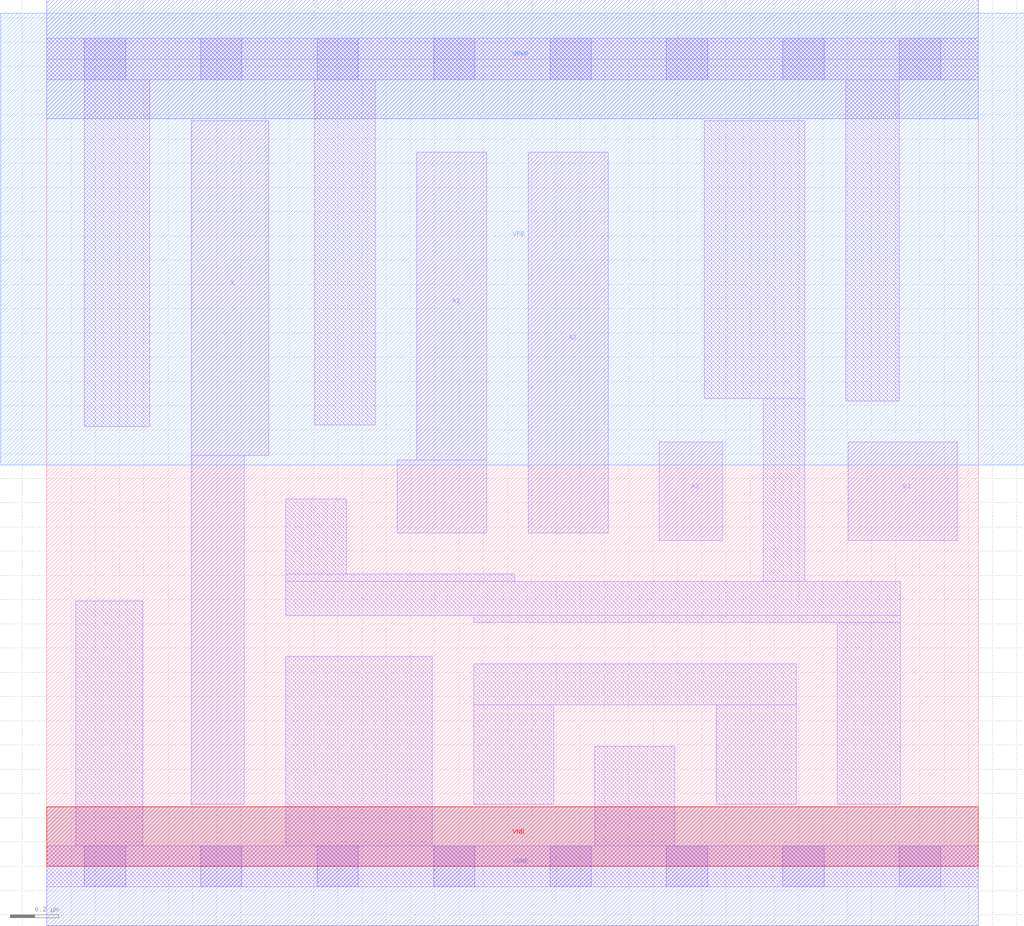
<source format=lef>
# Copyright 2020 The SkyWater PDK Authors
#
# Licensed under the Apache License, Version 2.0 (the "License");
# you may not use this file except in compliance with the License.
# You may obtain a copy of the License at
#
#     https://www.apache.org/licenses/LICENSE-2.0
#
# Unless required by applicable law or agreed to in writing, software
# distributed under the License is distributed on an "AS IS" BASIS,
# WITHOUT WARRANTIES OR CONDITIONS OF ANY KIND, either express or implied.
# See the License for the specific language governing permissions and
# limitations under the License.
#
# SPDX-License-Identifier: Apache-2.0

VERSION 5.7 ;
  NOWIREEXTENSIONATPIN ON ;
  DIVIDERCHAR "/" ;
  BUSBITCHARS "[]" ;
MACRO sky130_fd_sc_lp__o31a_2
  CLASS CORE ;
  FOREIGN sky130_fd_sc_lp__o31a_2 ;
  ORIGIN  0.000000  0.000000 ;
  SIZE  3.840000 BY  3.330000 ;
  SYMMETRY X Y R90 ;
  SITE unit ;
  PIN A1
    ANTENNAGATEAREA  0.315000 ;
    DIRECTION INPUT ;
    USE SIGNAL ;
    PORT
      LAYER li1 ;
        RECT 1.445000 1.375000 1.815000 1.675000 ;
        RECT 1.525000 1.675000 1.815000 2.945000 ;
    END
  END A1
  PIN A2
    ANTENNAGATEAREA  0.315000 ;
    DIRECTION INPUT ;
    USE SIGNAL ;
    PORT
      LAYER li1 ;
        RECT 1.985000 1.375000 2.315000 2.945000 ;
    END
  END A2
  PIN A3
    ANTENNAGATEAREA  0.315000 ;
    DIRECTION INPUT ;
    USE SIGNAL ;
    PORT
      LAYER li1 ;
        RECT 2.525000 1.345000 2.785000 1.750000 ;
    END
  END A3
  PIN B1
    ANTENNAGATEAREA  0.315000 ;
    DIRECTION INPUT ;
    USE SIGNAL ;
    PORT
      LAYER li1 ;
        RECT 3.305000 1.345000 3.755000 1.750000 ;
    END
  END B1
  PIN X
    ANTENNADIFFAREA  0.588000 ;
    DIRECTION OUTPUT ;
    USE SIGNAL ;
    PORT
      LAYER li1 ;
        RECT 0.595000 0.255000 0.815000 1.695000 ;
        RECT 0.595000 1.695000 0.915000 3.075000 ;
    END
  END X
  PIN VGND
    DIRECTION INOUT ;
    USE GROUND ;
    PORT
      LAYER met1 ;
        RECT 0.000000 -0.245000 3.840000 0.245000 ;
    END
  END VGND
  PIN VNB
    DIRECTION INOUT ;
    USE GROUND ;
    PORT
      LAYER pwell ;
        RECT 0.000000 0.000000 3.840000 0.245000 ;
    END
  END VNB
  PIN VPB
    DIRECTION INOUT ;
    USE POWER ;
    PORT
      LAYER nwell ;
        RECT -0.190000 1.655000 4.030000 3.520000 ;
    END
  END VPB
  PIN VPWR
    DIRECTION INOUT ;
    USE POWER ;
    PORT
      LAYER met1 ;
        RECT 0.000000 3.085000 3.840000 3.575000 ;
    END
  END VPWR
  OBS
    LAYER li1 ;
      RECT 0.000000 -0.085000 3.840000 0.085000 ;
      RECT 0.000000  3.245000 3.840000 3.415000 ;
      RECT 0.120000  0.085000 0.395000 1.095000 ;
      RECT 0.155000  1.815000 0.425000 3.245000 ;
      RECT 0.985000  0.085000 1.590000 0.865000 ;
      RECT 0.985000  1.035000 3.520000 1.175000 ;
      RECT 0.985000  1.175000 1.930000 1.205000 ;
      RECT 0.985000  1.205000 1.235000 1.515000 ;
      RECT 1.105000  1.820000 1.355000 3.245000 ;
      RECT 1.760000  0.255000 2.090000 0.665000 ;
      RECT 1.760000  0.665000 3.090000 0.835000 ;
      RECT 1.760000  1.005000 3.520000 1.035000 ;
      RECT 2.260000  0.085000 2.590000 0.495000 ;
      RECT 2.710000  1.930000 3.125000 3.075000 ;
      RECT 2.760000  0.255000 3.090000 0.665000 ;
      RECT 2.955000  1.175000 3.125000 1.930000 ;
      RECT 3.260000  0.255000 3.520000 1.005000 ;
      RECT 3.295000  1.920000 3.515000 3.245000 ;
    LAYER mcon ;
      RECT 0.155000 -0.085000 0.325000 0.085000 ;
      RECT 0.155000  3.245000 0.325000 3.415000 ;
      RECT 0.635000 -0.085000 0.805000 0.085000 ;
      RECT 0.635000  3.245000 0.805000 3.415000 ;
      RECT 1.115000 -0.085000 1.285000 0.085000 ;
      RECT 1.115000  3.245000 1.285000 3.415000 ;
      RECT 1.595000 -0.085000 1.765000 0.085000 ;
      RECT 1.595000  3.245000 1.765000 3.415000 ;
      RECT 2.075000 -0.085000 2.245000 0.085000 ;
      RECT 2.075000  3.245000 2.245000 3.415000 ;
      RECT 2.555000 -0.085000 2.725000 0.085000 ;
      RECT 2.555000  3.245000 2.725000 3.415000 ;
      RECT 3.035000 -0.085000 3.205000 0.085000 ;
      RECT 3.035000  3.245000 3.205000 3.415000 ;
      RECT 3.515000 -0.085000 3.685000 0.085000 ;
      RECT 3.515000  3.245000 3.685000 3.415000 ;
  END
END sky130_fd_sc_lp__o31a_2
END LIBRARY

</source>
